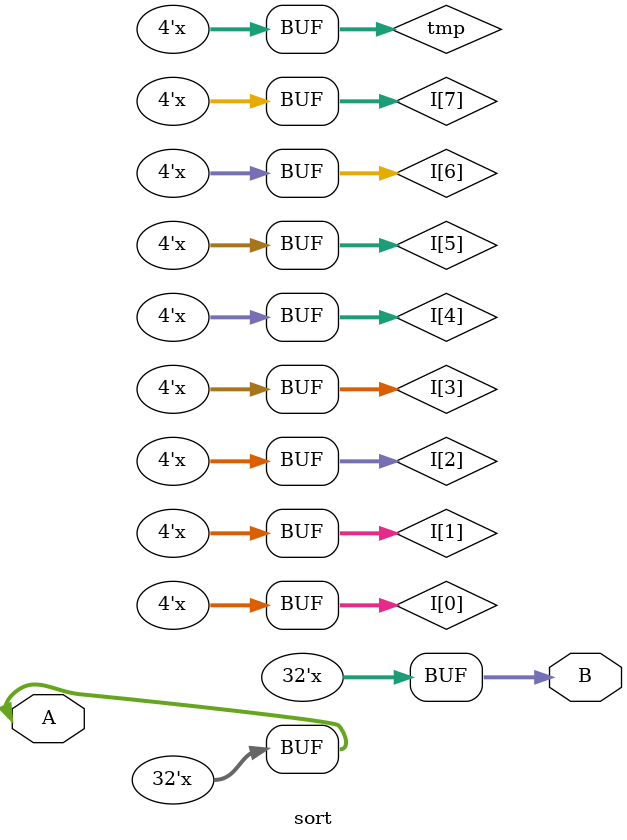
<source format=v>
module sort(input [31:0] A, output [31:0] B);

	reg [3:0] I[8:0], tmp;
	/* Implement your design here. */
	genvar i;
    generate
        for (i = 0; i < 8; i = i + 1) begin
            always @* begin
                I[i] = A[(4*i)+3 -: 4];
            end
        end
    endgenerate


    genvar j;
    generate
        for (i = 0; i < 8; i = i + 1) begin
            for (j = i + 1; j < 8; j = j + 1) begin
                always @* begin
                    if (I[i] < I[j]) begin
                        
                        tmp = I[i];
                        I[i] = I[j];
                        I[j] = tmp;
                    end
                end
            end
        end
    endgenerate
	genvar k;
	generate 
		for (k = 0; k < 8; k = k + 1) begin
			assign B[(31-(k*4)) -: 4] = I[k]; 
		end
	endgenerate
endmodule
</source>
